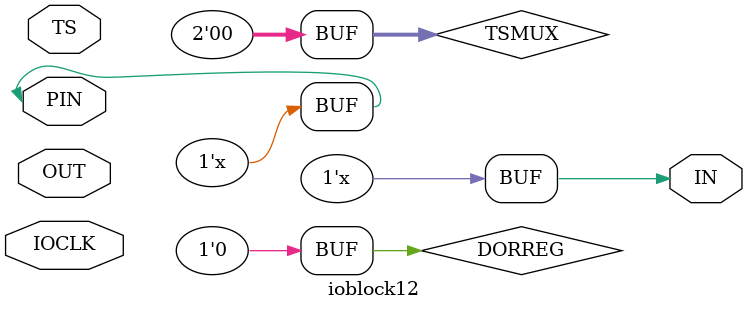
<source format=v>
module ioblock12(
	       inout  PIN,
	       input  TS,
	       input  OUT,
	       output IN,
	       input IOCLK
	       );
   
   reg 		     D;
   reg [2-1:0] 	     TSMUX;
   reg 		     DORREG;

   assign PIN = ( TSMUX == 2'b00 ) ? 1'bz : (( TSMUX == 2'b01 && TS == 1'b1 ) ? OUT : (( TSMUX == 2'b01 && TS == 1'b0 ) ? 1'bz : OUT));
   assign IN  = ( DORREG == 1'b0 ) ? PIN  : D;
   
   initial
     begin
	D=1'b0;
	TSMUX=2'b00;
	DORREG=1'b0;
     end
   
   always @(posedge IOCLK) D=PIN;
   
endmodule       

</source>
